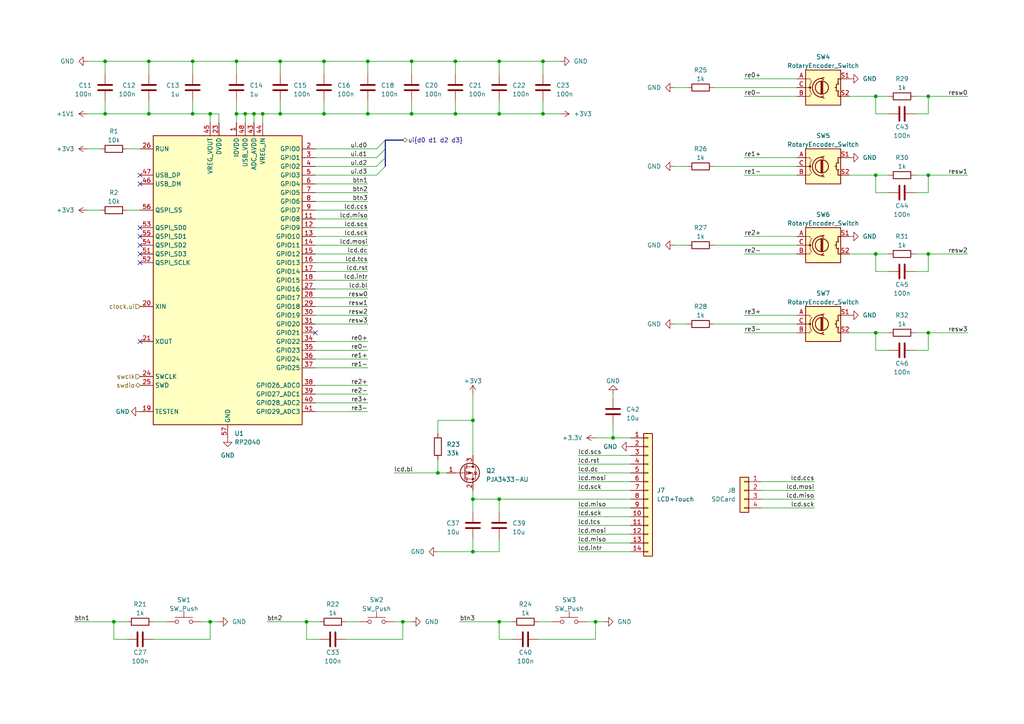
<source format=kicad_sch>
(kicad_sch (version 20221004) (generator eeschema)
  (paper "A4")
  (title_block (title "sin(π)") (date "2022-11-23") (rev "draft 0") (company "Porucha"))
  (lib_symbols
    (symbol "Connector_Generic:Conn_01x04" (pin_names (offset 1.016) hide)
      (property "Reference" "J" (at 0 5.08 0))
      (property "Value" "Conn_01x04" (at 0 -7.62 0))
      (symbol "Conn_01x04_1_1"
        (rectangle (start -1.27 -4.953) (end 0 -5.207) (stroke (width 0.1524)))
        (rectangle (start -1.27 -2.413) (end 0 -2.667) (stroke (width 0.1524)))
        (rectangle (start -1.27 0.127) (end 0 -0.127) (stroke (width 0.1524)))
        (rectangle (start -1.27 2.667) (end 0 2.413) (stroke (width 0.1524)))
        (rectangle (start -1.27 3.81) (end 1.27 -6.35) (stroke (width 0.254)) (fill (type background)))
        (pin passive line (at -5.08 2.54 0) (length 3.81) (name "Pin_1") (number "1"))
        (pin passive line (at -5.08 0 0) (length 3.81) (name "Pin_2") (number "2"))
        (pin passive line (at -5.08 -2.54 0) (length 3.81) (name "Pin_3") (number "3"))
        (pin passive line (at -5.08 -5.08 0) (length 3.81) (name "Pin_4") (number "4"))
      )
    )
    (symbol "Connector_Generic:Conn_01x14" (pin_names (offset 1.016) hide)
      (property "Reference" "J" (at 0 17.78 0))
      (property "Value" "Conn_01x14" (at 0 -20.32 0))
      (symbol "Conn_01x14_1_1"
        (rectangle (start -1.27 -17.653) (end 0 -17.907) (stroke (width 0.1524)))
        (rectangle (start -1.27 -15.113) (end 0 -15.367) (stroke (width 0.1524)))
        (rectangle (start -1.27 -12.573) (end 0 -12.827) (stroke (width 0.1524)))
        (rectangle (start -1.27 -10.033) (end 0 -10.287) (stroke (width 0.1524)))
        (rectangle (start -1.27 -7.493) (end 0 -7.747) (stroke (width 0.1524)))
        (rectangle (start -1.27 -4.953) (end 0 -5.207) (stroke (width 0.1524)))
        (rectangle (start -1.27 -2.413) (end 0 -2.667) (stroke (width 0.1524)))
        (rectangle (start -1.27 0.127) (end 0 -0.127) (stroke (width 0.1524)))
        (rectangle (start -1.27 2.667) (end 0 2.413) (stroke (width 0.1524)))
        (rectangle (start -1.27 5.207) (end 0 4.953) (stroke (width 0.1524)))
        (rectangle (start -1.27 7.747) (end 0 7.493) (stroke (width 0.1524)))
        (rectangle (start -1.27 10.287) (end 0 10.033) (stroke (width 0.1524)))
        (rectangle (start -1.27 12.827) (end 0 12.573) (stroke (width 0.1524)))
        (rectangle (start -1.27 15.367) (end 0 15.113) (stroke (width 0.1524)))
        (rectangle (start -1.27 16.51) (end 1.27 -19.05) (stroke (width 0.254)) (fill (type background)))
        (pin passive line (at -5.08 15.24 0) (length 3.81) (name "Pin_1") (number "1"))
        (pin passive line (at -5.08 -7.62 0) (length 3.81) (name "Pin_10") (number "10"))
        (pin passive line (at -5.08 -10.16 0) (length 3.81) (name "Pin_11") (number "11"))
        (pin passive line (at -5.08 -12.7 0) (length 3.81) (name "Pin_12") (number "12"))
        (pin passive line (at -5.08 -15.24 0) (length 3.81) (name "Pin_13") (number "13"))
        (pin passive line (at -5.08 -17.78 0) (length 3.81) (name "Pin_14") (number "14"))
        (pin passive line (at -5.08 12.7 0) (length 3.81) (name "Pin_2") (number "2"))
        (pin passive line (at -5.08 10.16 0) (length 3.81) (name "Pin_3") (number "3"))
        (pin passive line (at -5.08 7.62 0) (length 3.81) (name "Pin_4") (number "4"))
        (pin passive line (at -5.08 5.08 0) (length 3.81) (name "Pin_5") (number "5"))
        (pin passive line (at -5.08 2.54 0) (length 3.81) (name "Pin_6") (number "6"))
        (pin passive line (at -5.08 0 0) (length 3.81) (name "Pin_7") (number "7"))
        (pin passive line (at -5.08 -2.54 0) (length 3.81) (name "Pin_8") (number "8"))
        (pin passive line (at -5.08 -5.08 0) (length 3.81) (name "Pin_9") (number "9"))
      )
    )
    (symbol "Device:C" (pin_numbers hide) (pin_names (offset 0.254))
      (property "Reference" "C" (at 0.635 2.54 0))
      (property "Value" "C" (at 0.635 -2.54 0))
      (symbol "C_0_1"
        (polyline (pts (xy -2.032 -0.762) (xy 2.032 -0.762)) (stroke (width 0.508)))
        (polyline (pts (xy -2.032 0.762) (xy 2.032 0.762)) (stroke (width 0.508)))
      )
      (symbol "C_1_1"
        (pin passive line (at 0 3.81 270) (length 2.794) (name "~") (number "1"))
        (pin passive line (at 0 -3.81 90) (length 2.794) (name "~") (number "2"))
      )
    )
    (symbol "Device:Q_PMOS_GSD" (pin_names (offset 0) hide)
      (property "Reference" "Q" (at 5.08 1.27 0))
      (property "Value" "Q_PMOS_GSD" (at 5.08 -1.27 0))
      (symbol "Q_PMOS_GSD_0_1"
        (polyline (pts (xy 0.254 0) (xy -2.54 0)))
        (polyline (pts (xy 0.254 1.905) (xy 0.254 -1.905)) (stroke (width 0.254)))
        (polyline (pts (xy 0.762 -1.27) (xy 0.762 -2.286)) (stroke (width 0.254)))
        (polyline (pts (xy 0.762 0.508) (xy 0.762 -0.508)) (stroke (width 0.254)))
        (polyline (pts (xy 0.762 2.286) (xy 0.762 1.27)) (stroke (width 0.254)))
        (polyline (pts (xy 2.54 2.54) (xy 2.54 1.778)))
        (polyline (pts (xy 2.54 -2.54) (xy 2.54 0) (xy 0.762 0)))
        (polyline (pts (xy 0.762 1.778) (xy 3.302 1.778) (xy 3.302 -1.778) (xy 0.762 -1.778)))
        (polyline (pts (xy 2.286 0) (xy 1.27 0.381) (xy 1.27 -0.381) (xy 2.286 0)) (fill (type outline)))
        (polyline (pts (xy 2.794 -0.508) (xy 2.921 -0.381) (xy 3.683 -0.381) (xy 3.81 -0.254)))
        (polyline (pts (xy 3.302 -0.381) (xy 2.921 0.254) (xy 3.683 0.254) (xy 3.302 -0.381)))
        (circle (center 1.651 0) (radius 2.794) (stroke (width 0.254)))
        (circle (center 2.54 -1.778) (radius 0.254) (fill (type outline)))
        (circle (center 2.54 1.778) (radius 0.254) (fill (type outline)))
      )
      (symbol "Q_PMOS_GSD_1_1"
        (pin input line (at -5.08 0 0) (length 2.54) (name "G") (number "1"))
        (pin passive line (at 2.54 -5.08 90) (length 2.54) (name "S") (number "2"))
        (pin passive line (at 2.54 5.08 270) (length 2.54) (name "D") (number "3"))
      )
    )
    (symbol "Device:R" (pin_numbers hide) (pin_names (offset 0))
      (property "Reference" "R" (at 2.032 0 90))
      (property "Value" "R" (at 0 0 90))
      (symbol "R_0_1"
        (rectangle (start -1.016 -2.54) (end 1.016 2.54) (stroke (width 0.254)))
      )
      (symbol "R_1_1"
        (pin passive line (at 0 3.81 270) (length 1.27) (name "~") (number "1"))
        (pin passive line (at 0 -3.81 90) (length 1.27) (name "~") (number "2"))
      )
    )
    (symbol "Device:RotaryEncoder_Switch" (pin_names (offset 0.254) hide)
      (property "Reference" "SW" (at 0 6.604 0))
      (property "Value" "RotaryEncoder_Switch" (at 0 -6.604 0))
      (symbol "RotaryEncoder_Switch_0_1"
        (rectangle (start -5.08 5.08) (end 5.08 -5.08) (stroke (width 0.254)) (fill (type background)))
        (circle (center -3.81 0) (radius 0.254) (fill (type outline)))
        (circle (center -0.381 0) (radius 1.905) (stroke (width 0.254)))
        (arc (start -0.381 2.667) (mid -3.0988 -0.0635) (end -0.381 -2.794) (stroke (width 0.254)))
        (polyline (pts (xy -0.635 -1.778) (xy -0.635 1.778)) (stroke (width 0.254)))
        (polyline (pts (xy -0.381 -1.778) (xy -0.381 1.778)) (stroke (width 0.254)))
        (polyline (pts (xy -0.127 1.778) (xy -0.127 -1.778)) (stroke (width 0.254)))
        (polyline (pts (xy 3.81 0) (xy 3.429 0)) (stroke (width 0.254)))
        (polyline (pts (xy 3.81 1.016) (xy 3.81 -1.016)) (stroke (width 0.254)))
        (polyline (pts (xy -5.08 -2.54) (xy -3.81 -2.54) (xy -3.81 -2.032)))
        (polyline (pts (xy -5.08 2.54) (xy -3.81 2.54) (xy -3.81 2.032)))
        (polyline (pts (xy 0.254 -3.048) (xy -0.508 -2.794) (xy 0.127 -2.413)) (stroke (width 0.254)))
        (polyline (pts (xy 0.254 2.921) (xy -0.508 2.667) (xy 0.127 2.286)) (stroke (width 0.254)))
        (polyline (pts (xy 5.08 -2.54) (xy 4.318 -2.54) (xy 4.318 -1.016)) (stroke (width 0.254)))
        (polyline (pts (xy 5.08 2.54) (xy 4.318 2.54) (xy 4.318 1.016)) (stroke (width 0.254)))
        (polyline (pts (xy -5.08 0) (xy -3.81 0) (xy -3.81 -1.016) (xy -3.302 -2.032)))
        (polyline (pts (xy -4.318 0) (xy -3.81 0) (xy -3.81 1.016) (xy -3.302 2.032)))
        (circle (center 4.318 -1.016) (radius 0.127) (stroke (width 0.254)))
        (circle (center 4.318 1.016) (radius 0.127) (stroke (width 0.254)))
      )
      (symbol "RotaryEncoder_Switch_1_1"
        (pin passive line (at -7.62 2.54 0) (length 2.54) (name "A") (number "A"))
        (pin passive line (at -7.62 -2.54 0) (length 2.54) (name "B") (number "B"))
        (pin passive line (at -7.62 0 0) (length 2.54) (name "C") (number "C"))
        (pin passive line (at 7.62 2.54 180) (length 2.54) (name "S1") (number "S1"))
        (pin passive line (at 7.62 -2.54 180) (length 2.54) (name "S2") (number "S2"))
      )
    )
    (symbol "MCU_RaspberryPi:RP2040"
      (property "Reference" "U" (at 17.78 45.72 0))
      (property "Value" "RP2040" (at 17.78 43.18 0))
      (symbol "RP2040_0_1"
        (rectangle (start -21.59 41.91) (end 21.59 -41.91) (stroke (width 0.254)) (fill (type background)))
      )
      (symbol "RP2040_1_1"
        (pin power_in line (at 2.54 45.72 270) (length 3.81) (name "IOVDD") (number "1"))
        (pin passive line (at 2.54 45.72 270) (length 3.81) hide (name "IOVDD") (number "10"))
        (pin bidirectional line (at 25.4 17.78 180) (length 3.81) (name "GPIO8") (number "11"))
        (pin bidirectional line (at 25.4 15.24 180) (length 3.81) (name "GPIO9") (number "12"))
        (pin bidirectional line (at 25.4 12.7 180) (length 3.81) (name "GPIO10") (number "13"))
        (pin bidirectional line (at 25.4 10.16 180) (length 3.81) (name "GPIO11") (number "14"))
        (pin bidirectional line (at 25.4 7.62 180) (length 3.81) (name "GPIO12") (number "15"))
        (pin bidirectional line (at 25.4 5.08 180) (length 3.81) (name "GPIO13") (number "16"))
        (pin bidirectional line (at 25.4 2.54 180) (length 3.81) (name "GPIO14") (number "17"))
        (pin bidirectional line (at 25.4 0 180) (length 3.81) (name "GPIO15") (number "18"))
        (pin input line (at -25.4 -38.1 0) (length 3.81) (name "TESTEN") (number "19"))
        (pin bidirectional line (at 25.4 38.1 180) (length 3.81) (name "GPIO0") (number "2"))
        (pin input line (at -25.4 -7.62 0) (length 3.81) (name "XIN") (number "20"))
        (pin passive line (at -25.4 -17.78 0) (length 3.81) (name "XOUT") (number "21"))
        (pin passive line (at 2.54 45.72 270) (length 3.81) hide (name "IOVDD") (number "22"))
        (pin power_in line (at -2.54 45.72 270) (length 3.81) (name "DVDD") (number "23"))
        (pin output line (at -25.4 -27.94 0) (length 3.81) (name "SWCLK") (number "24"))
        (pin bidirectional line (at -25.4 -30.48 0) (length 3.81) (name "SWD") (number "25"))
        (pin input line (at -25.4 38.1 0) (length 3.81) (name "RUN") (number "26"))
        (pin bidirectional line (at 25.4 -2.54 180) (length 3.81) (name "GPIO16") (number "27"))
        (pin bidirectional line (at 25.4 -5.08 180) (length 3.81) (name "GPIO17") (number "28"))
        (pin bidirectional line (at 25.4 -7.62 180) (length 3.81) (name "GPIO18") (number "29"))
        (pin bidirectional line (at 25.4 35.56 180) (length 3.81) (name "GPIO1") (number "3"))
        (pin bidirectional line (at 25.4 -10.16 180) (length 3.81) (name "GPIO19") (number "30"))
        (pin bidirectional line (at 25.4 -12.7 180) (length 3.81) (name "GPIO20") (number "31"))
        (pin bidirectional line (at 25.4 -15.24 180) (length 3.81) (name "GPIO21") (number "32"))
        (pin passive line (at 2.54 45.72 270) (length 3.81) hide (name "IOVDD") (number "33"))
        (pin bidirectional line (at 25.4 -17.78 180) (length 3.81) (name "GPIO22") (number "34"))
        (pin bidirectional line (at 25.4 -20.32 180) (length 3.81) (name "GPIO23") (number "35"))
        (pin bidirectional line (at 25.4 -22.86 180) (length 3.81) (name "GPIO24") (number "36"))
        (pin bidirectional line (at 25.4 -25.4 180) (length 3.81) (name "GPIO25") (number "37"))
        (pin bidirectional line (at 25.4 -30.48 180) (length 3.81) (name "GPIO26_ADC0") (number "38"))
        (pin bidirectional line (at 25.4 -33.02 180) (length 3.81) (name "GPIO27_ADC1") (number "39"))
        (pin bidirectional line (at 25.4 33.02 180) (length 3.81) (name "GPIO2") (number "4"))
        (pin bidirectional line (at 25.4 -35.56 180) (length 3.81) (name "GPIO28_ADC2") (number "40"))
        (pin bidirectional line (at 25.4 -38.1 180) (length 3.81) (name "GPIO29_ADC3") (number "41"))
        (pin passive line (at 2.54 45.72 270) (length 3.81) hide (name "IOVDD") (number "42"))
        (pin power_in line (at 7.62 45.72 270) (length 3.81) (name "ADC_AVDD") (number "43"))
        (pin power_in line (at 10.16 45.72 270) (length 3.81) (name "VREG_IN") (number "44"))
        (pin power_out line (at -5.08 45.72 270) (length 3.81) (name "VREG_VOUT") (number "45"))
        (pin bidirectional line (at -25.4 27.94 0) (length 3.81) (name "USB_DM") (number "46"))
        (pin bidirectional line (at -25.4 30.48 0) (length 3.81) (name "USB_DP") (number "47"))
        (pin power_in line (at 5.08 45.72 270) (length 3.81) (name "USB_VDD") (number "48"))
        (pin passive line (at 2.54 45.72 270) (length 3.81) hide (name "IOVDD") (number "49"))
        (pin bidirectional line (at 25.4 30.48 180) (length 3.81) (name "GPIO3") (number "5"))
        (pin passive line (at -2.54 45.72 270) (length 3.81) hide (name "DVDD") (number "50"))
        (pin bidirectional line (at -25.4 7.62 0) (length 3.81) (name "QSPI_SD3") (number "51"))
        (pin output line (at -25.4 5.08 0) (length 3.81) (name "QSPI_SCLK") (number "52"))
        (pin bidirectional line (at -25.4 15.24 0) (length 3.81) (name "QSPI_SD0") (number "53"))
        (pin bidirectional line (at -25.4 10.16 0) (length 3.81) (name "QSPI_SD2") (number "54"))
        (pin bidirectional line (at -25.4 12.7 0) (length 3.81) (name "QSPI_SD1") (number "55"))
        (pin bidirectional line (at -25.4 20.32 0) (length 3.81) (name "QSPI_SS") (number "56"))
        (pin power_in line (at 0 -45.72 90) (length 3.81) (name "GND") (number "57"))
        (pin bidirectional line (at 25.4 27.94 180) (length 3.81) (name "GPIO4") (number "6"))
        (pin bidirectional line (at 25.4 25.4 180) (length 3.81) (name "GPIO5") (number "7"))
        (pin bidirectional line (at 25.4 22.86 180) (length 3.81) (name "GPIO6") (number "8"))
        (pin bidirectional line (at 25.4 20.32 180) (length 3.81) (name "GPIO7") (number "9"))
      )
    )
    (symbol "Switch:SW_Push" (pin_numbers hide) (pin_names (offset 1.016) hide)
      (property "Reference" "SW" (at 1.27 2.54 0))
      (property "Value" "SW_Push" (at 0 -1.524 0))
      (symbol "SW_Push_0_1"
        (circle (center -2.032 0) (radius 0.508))
        (polyline (pts (xy 0 1.27) (xy 0 3.048)))
        (polyline (pts (xy 2.54 1.27) (xy -2.54 1.27)))
        (circle (center 2.032 0) (radius 0.508))
        (pin passive line (at -5.08 0 0) (length 2.54) (name "1") (number "1"))
        (pin passive line (at 5.08 0 180) (length 2.54) (name "2") (number "2"))
      )
    )
    (symbol "power:+1V1" (power) (pin_names (offset 0))
      (property "Value" "+1V1" (at 0 3.556 0))
      (symbol "+1V1_0_1"
        (polyline (pts (xy -0.762 1.27) (xy 0 2.54)))
        (polyline (pts (xy 0 0) (xy 0 2.54)))
        (polyline (pts (xy 0 2.54) (xy 0.762 1.27)))
      )
      (symbol "+1V1_1_1"
        (pin power_in line (at 0 0 90) (length 0) hide (name "+1V1") (number "1"))
      )
    )
    (symbol "power:+3.3V" (power) (pin_names (offset 0))
      (property "Value" "+3.3V" (at 0 3.556 0))
      (symbol "+3.3V_0_1"
        (polyline (pts (xy -0.762 1.27) (xy 0 2.54)))
        (polyline (pts (xy 0 0) (xy 0 2.54)))
        (polyline (pts (xy 0 2.54) (xy 0.762 1.27)))
      )
      (symbol "+3.3V_1_1"
        (pin power_in line (at 0 0 90) (length 0) hide (name "+3.3V") (number "1"))
      )
    )
    (symbol "power:+3V3" (power) (pin_names (offset 0))
      (property "Value" "+3V3" (at 0 3.556 0))
      (symbol "+3V3_0_1"
        (polyline (pts (xy -0.762 1.27) (xy 0 2.54)))
        (polyline (pts (xy 0 0) (xy 0 2.54)))
        (polyline (pts (xy 0 2.54) (xy 0.762 1.27)))
      )
      (symbol "+3V3_1_1"
        (pin power_in line (at 0 0 90) (length 0) hide (name "+3V3") (number "1"))
      )
    )
    (symbol "power:GND" (power) (pin_names (offset 0))
      (property "Value" "GND" (at 0 -3.81 0))
      (symbol "GND_0_1"
        (polyline (pts (xy 0 0) (xy 0 -1.27) (xy 1.27 -1.27) (xy 0 -2.54) (xy -1.27 -1.27) (xy 0 -1.27)))
      )
      (symbol "GND_1_1"
        (pin power_in line (at 0 0 270) (length 0) hide (name "GND") (number "1"))
      )
    )
  )
  (junction (at 43.18 17.78))
  (junction (at 254 27.94))
  (junction (at 93.98 17.78))
  (junction (at 137.16 121.92))
  (junction (at 60.96 33.02))
  (junction (at 106.68 17.78))
  (junction (at 76.2 33.02))
  (junction (at 144.78 180.34))
  (junction (at 144.78 144.78))
  (junction (at 33.02 180.34))
  (junction (at 73.66 33.02))
  (junction (at 254 73.66))
  (junction (at 132.08 33.02))
  (junction (at 132.08 17.78))
  (junction (at 55.88 33.02))
  (junction (at 269.24 50.8))
  (junction (at 254 96.52))
  (junction (at 119.38 33.02))
  (junction (at 71.12 33.02))
  (junction (at 93.98 33.02))
  (junction (at 106.68 33.02))
  (junction (at 269.24 96.52))
  (junction (at 43.18 33.02))
  (junction (at 172.72 180.34))
  (junction (at 144.78 17.78))
  (junction (at 81.28 17.78))
  (junction (at 127 137.16))
  (junction (at 30.48 33.02))
  (junction (at 157.48 33.02))
  (junction (at 68.58 17.78))
  (junction (at 254 50.8))
  (junction (at 81.28 33.02))
  (junction (at 68.58 33.02))
  (junction (at 137.16 144.78))
  (junction (at 119.38 17.78))
  (junction (at 144.78 33.02))
  (junction (at 269.24 27.94))
  (junction (at 30.48 17.78))
  (junction (at 137.16 160.02))
  (junction (at 60.96 180.34))
  (junction (at 269.24 73.66))
  (junction (at 157.48 17.78))
  (junction (at 88.9 180.34))
  (junction (at 55.88 17.78))
  (junction (at 177.8 127))
  (junction (at 116.84 180.34))
  (no_connect (at 91.44 96.52))
  (no_connect (at 40.64 99.06))
  (no_connect (at 40.64 76.2))
  (no_connect (at 40.64 50.8))
  (no_connect (at 40.64 53.34))
  (no_connect (at 40.64 66.04))
  (no_connect (at 40.64 68.58))
  (no_connect (at 40.64 71.12))
  (no_connect (at 40.64 73.66))
  (bus_entry (at 109.22 48.26) (size 2.54 -2.54))
  (bus_entry (at 109.22 43.18) (size 2.54 -2.54))
  (bus_entry (at 109.22 50.8) (size 2.54 -2.54))
  (bus_entry (at 109.22 45.72) (size 2.54 -2.54))
  (wire (pts (xy 254 33.02) (xy 254 27.94)))
  (wire (pts (xy 175.26 180.34) (xy 172.72 180.34)))
  (wire (pts (xy 144.78 17.78) (xy 157.48 17.78)))
  (wire (pts (xy 177.8 115.57) (xy 177.8 114.3)))
  (wire (pts (xy 269.24 27.94) (xy 265.43 27.94)))
  (wire (pts (xy 106.68 116.84) (xy 91.44 116.84)))
  (wire (pts (xy 254 78.74) (xy 254 73.66)))
  (wire (pts (xy 156.21 180.34) (xy 160.02 180.34)))
  (wire (pts (xy 106.68 86.36) (xy 91.44 86.36)))
  (wire (pts (xy 81.28 17.78) (xy 81.28 21.59)))
  (wire (pts (xy 127 125.73) (xy 127 121.92)))
  (wire (pts (xy 207.01 71.12) (xy 231.14 71.12)))
  (wire (pts (xy 144.78 144.78) (xy 182.88 144.78)))
  (wire (pts (xy 269.24 78.74) (xy 269.24 73.66)))
  (wire (pts (xy 91.44 66.04) (xy 106.68 66.04)))
  (wire (pts (xy 265.43 101.6) (xy 269.24 101.6)))
  (wire (pts (xy 127 121.92) (xy 137.16 121.92)))
  (wire (pts (xy 215.9 96.52) (xy 231.14 96.52)))
  (wire (pts (xy 106.68 17.78) (xy 106.68 21.59)))
  (wire (pts (xy 177.8 127) (xy 177.8 123.19)))
  (wire (pts (xy 60.96 180.34) (xy 63.5 180.34)))
  (wire (pts (xy 91.44 63.5) (xy 106.68 63.5)))
  (wire (pts (xy 30.48 17.78) (xy 30.48 21.59)))
  (wire (pts (xy 269.24 55.88) (xy 269.24 50.8)))
  (wire (pts (xy 21.59 180.34) (xy 33.02 180.34)))
  (wire (pts (xy 182.88 149.86) (xy 167.64 149.86)))
  (wire (pts (xy 119.38 33.02) (xy 119.38 29.21)))
  (wire (pts (xy 55.88 33.02) (xy 60.96 33.02)))
  (wire (pts (xy 44.45 185.42) (xy 60.96 185.42)))
  (wire (pts (xy 132.08 33.02) (xy 132.08 29.21)))
  (wire (pts (xy 119.38 17.78) (xy 119.38 21.59)))
  (wire (pts (xy 106.68 99.06) (xy 91.44 99.06)))
  (wire (pts (xy 280.67 50.8) (xy 269.24 50.8)))
  (wire (pts (xy 33.02 180.34) (xy 36.83 180.34)))
  (wire (pts (xy 92.71 185.42) (xy 88.9 185.42)))
  (wire (pts (xy 182.88 154.94) (xy 167.64 154.94)))
  (wire (pts (xy 269.24 73.66) (xy 265.43 73.66)))
  (wire (pts (xy 254 27.94) (xy 257.81 27.94)))
  (wire (pts (xy 137.16 121.92) (xy 137.16 132.08)))
  (wire (pts (xy 137.16 160.02) (xy 144.78 160.02)))
  (wire (pts (xy 127 160.02) (xy 137.16 160.02)))
  (wire (pts (xy 129.54 137.16) (xy 127 137.16)))
  (wire (pts (xy 106.68 33.02) (xy 106.68 29.21)))
  (wire (pts (xy 215.9 73.66) (xy 231.14 73.66)))
  (wire (pts (xy 280.67 73.66) (xy 269.24 73.66)))
  (wire (pts (xy 254 50.8) (xy 257.81 50.8)))
  (wire (pts (xy 119.38 180.34) (xy 116.84 180.34)))
  (wire (pts (xy 182.88 157.48) (xy 167.64 157.48)))
  (wire (pts (xy 144.78 33.02) (xy 157.48 33.02)))
  (wire (pts (xy 43.18 29.21) (xy 43.18 33.02)))
  (wire (pts (xy 91.44 43.18) (xy 109.22 43.18)))
  (wire (pts (xy 269.24 33.02) (xy 269.24 27.94)))
  (wire (pts (xy 182.88 137.16) (xy 167.64 137.16)))
  (wire (pts (xy 116.84 185.42) (xy 116.84 180.34)))
  (wire (pts (xy 215.9 27.94) (xy 231.14 27.94)))
  (wire (pts (xy 43.18 33.02) (xy 55.88 33.02)))
  (wire (pts (xy 30.48 17.78) (xy 43.18 17.78)))
  (wire (pts (xy 91.44 71.12) (xy 106.68 71.12)))
  (wire (pts (xy 88.9 185.42) (xy 88.9 180.34)))
  (wire (pts (xy 106.68 33.02) (xy 119.38 33.02)))
  (wire (pts (xy 68.58 17.78) (xy 81.28 17.78)))
  (wire (pts (xy 207.01 93.98) (xy 231.14 93.98)))
  (wire (pts (xy 246.38 50.8) (xy 254 50.8)))
  (wire (pts (xy 132.08 33.02) (xy 144.78 33.02)))
  (wire (pts (xy 257.81 33.02) (xy 254 33.02)))
  (wire (pts (xy 44.45 180.34) (xy 48.26 180.34)))
  (wire (pts (xy 257.81 101.6) (xy 254 101.6)))
  (wire (pts (xy 257.81 55.88) (xy 254 55.88)))
  (wire (pts (xy 182.88 139.7) (xy 167.64 139.7)))
  (wire (pts (xy 81.28 17.78) (xy 93.98 17.78)))
  (wire (pts (xy 68.58 33.02) (xy 71.12 33.02)))
  (wire (pts (xy 156.21 185.42) (xy 172.72 185.42)))
  (wire (pts (xy 55.88 21.59) (xy 55.88 17.78)))
  (wire (pts (xy 91.44 83.82) (xy 106.68 83.82)))
  (wire (pts (xy 43.18 17.78) (xy 55.88 17.78)))
  (wire (pts (xy 60.96 33.02) (xy 60.96 35.56)))
  (wire (pts (xy 106.68 58.42) (xy 91.44 58.42)))
  (wire (pts (xy 182.88 160.02) (xy 167.64 160.02)))
  (wire (pts (xy 114.3 180.34) (xy 116.84 180.34)))
  (wire (pts (xy 91.44 50.8) (xy 109.22 50.8)))
  (wire (pts (xy 195.58 93.98) (xy 199.39 93.98)))
  (wire (pts (xy 265.43 33.02) (xy 269.24 33.02)))
  (bus (pts (xy 111.76 40.64) (xy 111.76 43.18)))
  (wire (pts (xy 93.98 33.02) (xy 106.68 33.02)))
  (wire (pts (xy 157.48 33.02) (xy 157.48 29.21)))
  (wire (pts (xy 33.02 185.42) (xy 33.02 180.34)))
  (wire (pts (xy 269.24 50.8) (xy 265.43 50.8)))
  (wire (pts (xy 63.5 33.02) (xy 60.96 33.02)))
  (wire (pts (xy 170.18 180.34) (xy 172.72 180.34)))
  (wire (pts (xy 132.08 17.78) (xy 132.08 21.59)))
  (wire (pts (xy 91.44 68.58) (xy 106.68 68.58)))
  (wire (pts (xy 55.88 29.21) (xy 55.88 33.02)))
  (wire (pts (xy 195.58 71.12) (xy 199.39 71.12)))
  (wire (pts (xy 25.4 43.18) (xy 29.21 43.18)))
  (wire (pts (xy 36.83 43.18) (xy 40.64 43.18)))
  (wire (pts (xy 106.68 104.14) (xy 91.44 104.14)))
  (wire (pts (xy 93.98 17.78) (xy 106.68 17.78)))
  (wire (pts (xy 91.44 76.2) (xy 106.68 76.2)))
  (wire (pts (xy 106.68 91.44) (xy 91.44 91.44)))
  (bus (pts (xy 111.76 45.72) (xy 111.76 43.18)))
  (wire (pts (xy 58.42 180.34) (xy 60.96 180.34)))
  (wire (pts (xy 100.33 180.34) (xy 104.14 180.34)))
  (wire (pts (xy 280.67 96.52) (xy 269.24 96.52)))
  (wire (pts (xy 25.4 33.02) (xy 30.48 33.02)))
  (wire (pts (xy 71.12 33.02) (xy 71.12 35.56)))
  (wire (pts (xy 265.43 55.88) (xy 269.24 55.88)))
  (wire (pts (xy 148.59 185.42) (xy 144.78 185.42)))
  (wire (pts (xy 106.68 55.88) (xy 91.44 55.88)))
  (wire (pts (xy 144.78 156.21) (xy 144.78 160.02)))
  (wire (pts (xy 246.38 96.52) (xy 254 96.52)))
  (wire (pts (xy 215.9 22.86) (xy 231.14 22.86)))
  (wire (pts (xy 25.4 60.96) (xy 29.21 60.96)))
  (wire (pts (xy 215.9 45.72) (xy 231.14 45.72)))
  (wire (pts (xy 254 55.88) (xy 254 50.8)))
  (wire (pts (xy 162.56 33.02) (xy 157.48 33.02)))
  (wire (pts (xy 76.2 33.02) (xy 81.28 33.02)))
  (wire (pts (xy 137.16 156.21) (xy 137.16 160.02)))
  (wire (pts (xy 91.44 78.74) (xy 106.68 78.74)))
  (wire (pts (xy 137.16 114.3) (xy 137.16 121.92)))
  (wire (pts (xy 77.47 180.34) (xy 88.9 180.34)))
  (wire (pts (xy 265.43 78.74) (xy 269.24 78.74)))
  (wire (pts (xy 182.88 152.4) (xy 167.64 152.4)))
  (wire (pts (xy 162.56 17.78) (xy 157.48 17.78)))
  (wire (pts (xy 106.68 53.34) (xy 91.44 53.34)))
  (wire (pts (xy 220.98 142.24) (xy 236.22 142.24)))
  (wire (pts (xy 137.16 142.24) (xy 137.16 144.78)))
  (wire (pts (xy 91.44 45.72) (xy 109.22 45.72)))
  (wire (pts (xy 119.38 33.02) (xy 132.08 33.02)))
  (wire (pts (xy 182.88 147.32) (xy 167.64 147.32)))
  (wire (pts (xy 207.01 25.4) (xy 231.14 25.4)))
  (wire (pts (xy 172.72 185.42) (xy 172.72 180.34)))
  (wire (pts (xy 91.44 60.96) (xy 106.68 60.96)))
  (wire (pts (xy 215.9 50.8) (xy 231.14 50.8)))
  (wire (pts (xy 91.44 48.26) (xy 109.22 48.26)))
  (bus (pts (xy 111.76 45.72) (xy 111.76 48.26)))
  (wire (pts (xy 106.68 111.76) (xy 91.44 111.76)))
  (wire (pts (xy 246.38 27.94) (xy 254 27.94)))
  (wire (pts (xy 254 73.66) (xy 257.81 73.66)))
  (wire (pts (xy 220.98 139.7) (xy 236.22 139.7)))
  (bus (pts (xy 111.76 40.64) (xy 116.84 40.64)))
  (wire (pts (xy 76.2 33.02) (xy 76.2 35.56)))
  (wire (pts (xy 73.66 33.02) (xy 73.66 35.56)))
  (wire (pts (xy 182.88 132.08) (xy 167.64 132.08)))
  (wire (pts (xy 91.44 73.66) (xy 106.68 73.66)))
  (wire (pts (xy 106.68 114.3) (xy 91.44 114.3)))
  (wire (pts (xy 144.78 21.59) (xy 144.78 17.78)))
  (wire (pts (xy 88.9 180.34) (xy 92.71 180.34)))
  (wire (pts (xy 30.48 33.02) (xy 43.18 33.02)))
  (wire (pts (xy 106.68 17.78) (xy 119.38 17.78)))
  (wire (pts (xy 127 133.35) (xy 127 137.16)))
  (wire (pts (xy 220.98 144.78) (xy 236.22 144.78)))
  (wire (pts (xy 195.58 25.4) (xy 199.39 25.4)))
  (wire (pts (xy 60.96 185.42) (xy 60.96 180.34)))
  (wire (pts (xy 269.24 96.52) (xy 265.43 96.52)))
  (wire (pts (xy 100.33 185.42) (xy 116.84 185.42)))
  (wire (pts (xy 182.88 142.24) (xy 167.64 142.24)))
  (wire (pts (xy 106.68 88.9) (xy 91.44 88.9)))
  (wire (pts (xy 157.48 17.78) (xy 157.48 21.59)))
  (wire (pts (xy 73.66 33.02) (xy 76.2 33.02)))
  (wire (pts (xy 43.18 17.78) (xy 43.18 21.59)))
  (wire (pts (xy 106.68 106.68) (xy 91.44 106.68)))
  (wire (pts (xy 132.08 17.78) (xy 144.78 17.78)))
  (wire (pts (xy 106.68 101.6) (xy 91.44 101.6)))
  (wire (pts (xy 91.44 81.28) (xy 106.68 81.28)))
  (wire (pts (xy 68.58 35.56) (xy 68.58 33.02)))
  (wire (pts (xy 63.5 35.56) (xy 63.5 33.02)))
  (wire (pts (xy 93.98 17.78) (xy 93.98 21.59)))
  (wire (pts (xy 36.83 185.42) (xy 33.02 185.42)))
  (wire (pts (xy 36.83 60.96) (xy 40.64 60.96)))
  (wire (pts (xy 133.35 180.34) (xy 144.78 180.34)))
  (wire (pts (xy 144.78 29.21) (xy 144.78 33.02)))
  (wire (pts (xy 144.78 144.78) (xy 144.78 148.59)))
  (wire (pts (xy 81.28 33.02) (xy 93.98 33.02)))
  (wire (pts (xy 182.88 134.62) (xy 167.64 134.62)))
  (wire (pts (xy 30.48 29.21) (xy 30.48 33.02)))
  (wire (pts (xy 106.68 119.38) (xy 91.44 119.38)))
  (wire (pts (xy 137.16 144.78) (xy 144.78 144.78)))
  (wire (pts (xy 144.78 180.34) (xy 148.59 180.34)))
  (wire (pts (xy 127 137.16) (xy 114.3 137.16)))
  (wire (pts (xy 71.12 33.02) (xy 73.66 33.02)))
  (wire (pts (xy 172.72 127) (xy 177.8 127)))
  (wire (pts (xy 269.24 101.6) (xy 269.24 96.52)))
  (wire (pts (xy 106.68 93.98) (xy 91.44 93.98)))
  (wire (pts (xy 220.98 147.32) (xy 236.22 147.32)))
  (wire (pts (xy 257.81 78.74) (xy 254 78.74)))
  (wire (pts (xy 81.28 33.02) (xy 81.28 29.21)))
  (wire (pts (xy 144.78 185.42) (xy 144.78 180.34)))
  (wire (pts (xy 254 96.52) (xy 257.81 96.52)))
  (wire (pts (xy 254 101.6) (xy 254 96.52)))
  (wire (pts (xy 68.58 17.78) (xy 68.58 21.59)))
  (wire (pts (xy 119.38 17.78) (xy 132.08 17.78)))
  (wire (pts (xy 177.8 127) (xy 182.88 127)))
  (wire (pts (xy 68.58 29.21) (xy 68.58 33.02)))
  (wire (pts (xy 137.16 144.78) (xy 137.16 148.59)))
  (wire (pts (xy 195.58 48.26) (xy 199.39 48.26)))
  (wire (pts (xy 246.38 73.66) (xy 254 73.66)))
  (wire (pts (xy 55.88 17.78) (xy 68.58 17.78)))
  (wire (pts (xy 215.9 91.44) (xy 231.14 91.44)))
  (wire (pts (xy 215.9 68.58) (xy 231.14 68.58)))
  (wire (pts (xy 207.01 48.26) (xy 231.14 48.26)))
  (wire (pts (xy 25.4 17.78) (xy 30.48 17.78)))
  (wire (pts (xy 280.67 27.94) (xy 269.24 27.94)))
  (wire (pts (xy 93.98 33.02) (xy 93.98 29.21)))
  (label "lcd.dc" (at 167.64 137.16 0))
  (label "btn3" (at 133.35 180.34 0))
  (label "btn2" (at 77.47 180.34 0))
  (label "re3+" (at 106.68 116.84 180))
  (label "resw3" (at 106.68 93.98 180))
  (label "lcd.miso" (at 167.64 157.48 0))
  (label "re0+" (at 215.9 22.86 0))
  (label "resw1" (at 106.68 88.9 180))
  (label "ui.d1" (at 101.6 45.72 0))
  (label "lcd.mosi" (at 167.64 154.94 0))
  (label "btn2" (at 106.68 55.88 180))
  (label "lcd.scs" (at 106.68 66.04 180))
  (label "re3-" (at 215.9 96.52 0))
  (label "lcd.miso" (at 106.68 63.5 180))
  (label "lcd.scs" (at 167.64 132.08 0))
  (label "lcd.miso" (at 167.64 147.32 0))
  (label "lcd.ccs" (at 106.68 60.96 180))
  (label "resw2" (at 280.67 73.66 180))
  (label "lcd.tcs" (at 106.68 76.2 180))
  (label "lcd.intr" (at 167.64 160.02 0))
  (label "resw1" (at 280.67 50.8 180))
  (label "resw3" (at 280.67 96.52 180))
  (label "lcd.sck" (at 167.64 149.86 0))
  (label "lcd.bl" (at 106.68 83.82 180))
  (label "btn1" (at 106.68 53.34 180))
  (label "lcd.dc" (at 106.68 73.66 180))
  (label "lcd.sck" (at 236.22 147.32 180))
  (label "re1+" (at 215.9 45.72 0))
  (label "ui.d0" (at 101.6 43.18 0))
  (label "lcd.mosi" (at 167.64 139.7 0))
  (label "btn1" (at 21.59 180.34 0))
  (label "lcd.bl" (at 114.3 137.16 0))
  (label "btn3" (at 106.68 58.42 180))
  (label "resw0" (at 106.68 86.36 180))
  (label "re3-" (at 106.68 119.38 180))
  (label "re2-" (at 215.9 73.66 0))
  (label "re1-" (at 215.9 50.8 0))
  (label "re3+" (at 215.9 91.44 0))
  (label "lcd.mosi" (at 236.22 142.24 180))
  (label "resw2" (at 106.68 91.44 180))
  (label "lcd.miso" (at 236.22 144.78 180))
  (label "ui.d3" (at 101.6 50.8 0))
  (label "lcd.intr" (at 106.68 81.28 180))
  (label "lcd.ccs" (at 236.22 139.7 180))
  (label "lcd.mosi" (at 106.68 71.12 180))
  (label "re0-" (at 106.68 101.6 180))
  (label "lcd.sck" (at 167.64 142.24 0))
  (label "re1+" (at 106.68 104.14 180))
  (label "re2+" (at 106.68 111.76 180))
  (label "re0+" (at 106.68 99.06 180))
  (label "lcd.sck" (at 106.68 68.58 180))
  (label "re0-" (at 215.9 27.94 0))
  (label "re1-" (at 106.68 106.68 180))
  (label "lcd.rst" (at 106.68 78.74 180))
  (label "re2-" (at 106.68 114.3 180))
  (label "ui.d2" (at 101.6 48.26 0))
  (label "lcd.tcs" (at 167.64 152.4 0))
  (label "resw0" (at 280.67 27.94 180))
  (label "lcd.rst" (at 167.64 134.62 0))
  (label "re2+" (at 215.9 68.58 0))
  (hierarchical_label "swclk" (shape input) (at 40.64 109.22 180))
  (hierarchical_label "clock.ui" (shape input) (at 40.64 88.9 180))
  (hierarchical_label "swdio" (shape bidirectional) (at 40.64 111.76 180))
  (hierarchical_label "ui{d0 d1 d2 d3}" (shape bidirectional) (at 116.84 40.64 0))
  (symbol (lib_id "power:+3V3") (at 25.4 60.96 90) (unit 1)
    (property "Reference" "#PWR099" (effects hide))
    (property "Value" "+3V3" (at 21.59 60.96 90) (effects (justify left)))
    (instances (project "sinpi" (path "" (reference "#PWR099") (unit 1) (value "+3V3") (footprint "")) (path "" (reference "#PWR0195") (unit 1) (value "+3V3") (footprint ""))))
  )
  (symbol (lib_id "Device:Q_PMOS_GSD") (at 134.62 137.16 0) (unit 1)
    (property "Reference" "Q2" (at 140.97 136.525 0) (effects (justify left)))
    (property "Value" "PJA3433-AU" (at 140.97 139.065 0) (effects (justify left)))
    (property "Footprint" "Package_TO_SOT_SMD:SOT-23" (effects hide))
  )
  (symbol (lib_id "Connector_Generic:Conn_01x14") (at 187.96 142.24 0) (unit 1)
    (property "Reference" "J7" (at 190.5 142.24 0) (effects (justify left)))
    (property "Value" "LCD+Touch" (at 190.5 144.78 0) (effects (justify left)))
    (property "Footprint" "Connector_PinSocket_2.54mm:PinSocket_1x14_P2.54mm_Vertical" (effects hide))
  )
  (symbol (lib_id "Device:R") (at 33.02 60.96 90) (unit 1)
    (property "Reference" "R2" (at 33.02 55.88 90))
    (property "Value" "10k" (at 33.02 58.42 90))
    (instances (project "sinpi" (path "" (reference "R2") (unit 1) (value "10k") (footprint "")) (path "" (reference "R20") (unit 1) (value "10k") (footprint ""))))
  )
  (symbol (lib_id "Device:C") (at 119.38 25.4 0) (unit 1)
    (property "Reference" "C20" (at 123.19 24.765 0) (effects (justify left)))
    (property "Value" "100n" (at 123.19 27.305 0) (effects (justify left)))
    (instances (project "sinpi" (path "" (reference "C20") (unit 1) (value "100n") (footprint "")) (path "" (reference "C67") (unit 1) (value "100n") (footprint "")) (path "" (reference "C35") (unit 1) (value "100n") (footprint ""))))
  )
  (symbol (lib_id "power:GND") (at 246.38 22.86 90) (mirror x) (unit 1)
    (property "Reference" "#PWR0183" (effects hide))
    (property "Value" "GND" (at 250.19 22.86 90) (effects (justify right)))
  )
  (symbol (lib_id "Device:C") (at 261.62 101.6 90) (mirror x) (unit 1)
    (property "Reference" "C46" (at 261.62 105.41 90))
    (property "Value" "100n" (at 261.62 107.95 90))
  )
  (symbol (lib_id "Device:RotaryEncoder_Switch") (at 238.76 71.12 0) (unit 1)
    (property "Reference" "SW6" (at 238.76 62.23 0))
    (property "Value" "RotaryEncoder_Switch" (at 238.76 64.77 0))
  )
  (symbol (lib_id "power:GND") (at 246.38 91.44 90) (mirror x) (unit 1)
    (property "Reference" "#PWR0186" (effects hide))
    (property "Value" "GND" (at 250.19 91.44 90) (effects (justify right)))
  )
  (symbol (lib_id "Device:C") (at 132.08 25.4 0) (unit 1)
    (property "Reference" "C21" (at 135.89 24.765 0) (effects (justify left)))
    (property "Value" "100n" (at 135.89 27.305 0) (effects (justify left)))
    (instances (project "sinpi" (path "" (reference "C21") (unit 1) (value "100n") (footprint "")) (path "" (reference "C68") (unit 1) (value "100n") (footprint "")) (path "" (reference "C36") (unit 1) (value "100n") (footprint ""))))
  )
  (symbol (lib_id "power:+3V3") (at 25.4 43.18 90) (unit 1)
    (property "Reference" "#PWR098" (effects hide))
    (property "Value" "+3V3" (at 21.59 43.18 90) (effects (justify left)))
    (instances (project "sinpi" (path "" (reference "#PWR098") (unit 1) (value "+3V3") (footprint "")) (path "" (reference "#PWR0194") (unit 1) (value "+3V3") (footprint ""))))
  )
  (symbol (lib_id "power:GND") (at 246.38 68.58 90) (mirror x) (unit 1)
    (property "Reference" "#PWR0185" (effects hide))
    (property "Value" "GND" (at 250.19 68.58 90) (effects (justify right)))
  )
  (symbol (lib_id "Device:R") (at 96.52 180.34 90) (unit 1)
    (property "Reference" "R22" (at 96.52 175.26 90))
    (property "Value" "1k" (at 96.52 177.8 90))
  )
  (symbol (lib_id "Device:C") (at 43.18 25.4 0) (mirror y) (unit 1)
    (property "Reference" "C12" (at 39.37 24.765 0) (effects (justify left)))
    (property "Value" "100n" (at 39.37 27.305 0) (effects (justify left)))
    (instances (project "sinpi" (path "" (reference "C12") (unit 1) (value "100n") (footprint "")) (path "" (reference "C61") (unit 1) (value "100n") (footprint "")) (path "" (reference "C28") (unit 1) (value "100n") (footprint ""))))
  )
  (symbol (lib_id "power:GND") (at 246.38 45.72 90) (mirror x) (unit 1)
    (property "Reference" "#PWR0184" (effects hide))
    (property "Value" "GND" (at 250.19 45.72 90) (effects (justify right)))
  )
  (symbol (lib_id "power:GND") (at 177.8 114.3 0) (mirror x) (unit 1)
    (property "Reference" "#PWR0177" (effects hide))
    (property "Value" "GND" (at 177.8 110.49 0))
  )
  (symbol (lib_id "power:+3.3V") (at 172.72 127 90) (unit 1)
    (property "Reference" "#PWR0175" (effects hide))
    (property "Value" "+3.3V" (at 168.91 127 90) (effects (justify left)))
  )
  (symbol (lib_id "Device:C") (at 40.64 185.42 90) (mirror x) (unit 1)
    (property "Reference" "C27" (at 40.64 189.23 90))
    (property "Value" "100n" (at 40.64 191.77 90))
  )
  (symbol (lib_id "Device:C") (at 30.48 25.4 0) (mirror y) (unit 1)
    (property "Reference" "C11" (at 26.67 24.765 0) (effects (justify left)))
    (property "Value" "100n" (at 26.67 27.305 0) (effects (justify left)))
    (instances (project "sinpi" (path "" (reference "C11") (unit 1) (value "100n") (footprint "")) (path "" (reference "C60") (unit 1) (value "100n") (footprint "")) (path "" (reference "C26") (unit 1) (value "100n") (footprint ""))))
  )
  (symbol (lib_id "Device:R") (at 127 129.54 0) (unit 1)
    (property "Reference" "R23" (at 129.54 128.905 0) (effects (justify left)))
    (property "Value" "33k" (at 129.54 131.445 0) (effects (justify left)))
  )
  (symbol (lib_id "Device:C") (at 157.48 25.4 0) (unit 1)
    (property "Reference" "C23" (at 161.29 24.765 0) (effects (justify left)))
    (property "Value" "100n" (at 161.29 27.305 0) (effects (justify left)))
    (instances (project "sinpi" (path "" (reference "C23") (unit 1) (value "100n") (footprint "")) (path "" (reference "C70") (unit 1) (value "100n") (footprint "")) (path "" (reference "C41") (unit 1) (value "100n") (footprint ""))))
  )
  (symbol (lib_id "power:GND") (at 40.64 119.38 270) (unit 1)
    (property "Reference" "#PWR02" (effects hide))
    (property "Value" "GND" (at 35.56 119.38 90))
    (instances (project "sinpi" (path "" (reference "#PWR02") (unit 1) (value "GND") (footprint "")) (path "" (reference "#PWR02") (unit 1) (value "GND") (footprint "")) (path "" (reference "#PWR0198") (unit 1) (value "GND") (footprint ""))))
  )
  (symbol (lib_id "power:+3V3") (at 137.16 114.3 0) (unit 1)
    (property "Reference" "#PWR0174" (effects hide))
    (property "Value" "+3V3" (at 137.16 110.49 0))
  )
  (symbol (lib_id "power:GND") (at 195.58 25.4 270) (unit 1)
    (property "Reference" "#PWR0179" (effects hide))
    (property "Value" "GND" (at 191.77 25.4 90) (effects (justify right)))
  )
  (symbol (lib_id "power:GND") (at 195.58 71.12 270) (unit 1)
    (property "Reference" "#PWR0181" (effects hide))
    (property "Value" "GND" (at 191.77 71.12 90) (effects (justify right)))
  )
  (symbol (lib_id "Switch:SW_Push") (at 53.34 180.34 0) (mirror y) (unit 1)
    (property "Reference" "SW1" (at 53.34 173.99 0))
    (property "Value" "SW_Push" (at 53.34 176.53 0))
  )
  (symbol (lib_id "Device:C") (at 152.4 185.42 90) (mirror x) (unit 1)
    (property "Reference" "C40" (at 152.4 189.23 90))
    (property "Value" "100n" (at 152.4 191.77 90))
  )
  (symbol (lib_id "power:GND") (at 127 160.02 270) (unit 1)
    (property "Reference" "#PWR0173" (effects hide))
    (property "Value" "GND" (at 123.19 160.02 90) (effects (justify right)))
  )
  (symbol (lib_id "Device:R") (at 203.2 71.12 90) (unit 1)
    (property "Reference" "R27" (at 203.2 66.04 90))
    (property "Value" "1k" (at 203.2 68.58 90))
  )
  (symbol (lib_id "Switch:SW_Push") (at 109.22 180.34 0) (mirror y) (unit 1)
    (property "Reference" "SW2" (at 109.22 173.99 0))
    (property "Value" "SW_Push" (at 109.22 176.53 0))
  )
  (symbol (lib_id "Device:R") (at 261.62 73.66 90) (unit 1)
    (property "Reference" "R31" (at 261.62 68.58 90))
    (property "Value" "1k" (at 261.62 71.12 90))
  )
  (symbol (lib_id "Device:C") (at 144.78 25.4 0) (unit 1)
    (property "Reference" "C22" (at 148.59 24.765 0) (effects (justify left)))
    (property "Value" "100n" (at 148.59 27.305 0) (effects (justify left)))
    (instances (project "sinpi" (path "" (reference "C22") (unit 1) (value "100n") (footprint "")) (path "" (reference "C69") (unit 1) (value "100n") (footprint "")) (path "" (reference "C38") (unit 1) (value "100n") (footprint ""))))
  )
  (symbol (lib_id "Device:R") (at 203.2 25.4 90) (unit 1)
    (property "Reference" "R25" (at 203.2 20.32 90))
    (property "Value" "1k" (at 203.2 22.86 90))
  )
  (symbol (lib_id "power:+3V3") (at 162.56 33.02 270) (unit 1)
    (property "Reference" "#PWR0100" (effects hide))
    (property "Value" "+3V3" (at 166.37 33.02 90) (effects (justify left)))
    (instances (project "sinpi" (path "" (reference "#PWR0100") (unit 1) (value "+3V3") (footprint "")) (path "" (reference "#PWR0100") (unit 1) (value "+3V3") (footprint "")) (path "" (reference "#PWR0199") (unit 1) (value "+3V3") (footprint ""))))
  )
  (symbol (lib_id "Device:C") (at 137.16 152.4 0) (mirror y) (unit 1)
    (property "Reference" "C37" (at 133.35 151.765 0) (effects (justify left)))
    (property "Value" "10u" (at 133.35 154.305 0) (effects (justify left)))
  )
  (symbol (lib_id "power:GND") (at 119.38 180.34 90) (mirror x) (unit 1)
    (property "Reference" "#PWR0172" (effects hide))
    (property "Value" "GND" (at 123.19 180.34 90) (effects (justify right)))
  )
  (symbol (lib_id "Device:C") (at 144.78 152.4 0) (unit 1)
    (property "Reference" "C39" (at 148.59 151.765 0) (effects (justify left)))
    (property "Value" "10u" (at 148.59 154.305 0) (effects (justify left)))
  )
  (symbol (lib_id "power:GND") (at 63.5 180.34 90) (mirror x) (unit 1)
    (property "Reference" "#PWR0171" (effects hide))
    (property "Value" "GND" (at 67.31 180.34 90) (effects (justify right)))
  )
  (symbol (lib_id "Connector_Generic:Conn_01x04") (at 215.9 142.24 0) (mirror y) (unit 1)
    (property "Reference" "J8" (at 213.36 142.24 0) (effects (justify left)))
    (property "Value" "SDCard" (at 213.36 144.78 0) (effects (justify left)))
  )
  (symbol (lib_id "power:GND") (at 182.88 129.54 270) (unit 1)
    (property "Reference" "#PWR0178" (effects hide))
    (property "Value" "GND" (at 179.07 129.54 90) (effects (justify right)))
  )
  (symbol (lib_id "power:GND") (at 195.58 48.26 270) (unit 1)
    (property "Reference" "#PWR0180" (effects hide))
    (property "Value" "GND" (at 191.77 48.26 90) (effects (justify right)))
  )
  (symbol (lib_id "power:GND") (at 162.56 17.78 90) (mirror x) (unit 1)
    (property "Reference" "#PWR02" (effects hide))
    (property "Value" "GND" (at 166.37 17.78 90) (effects (justify right)))
    (instances (project "sinpi" (path "" (reference "#PWR02") (unit 1) (value "GND") (footprint "")) (path "" (reference "#PWR02") (unit 1) (value "GND") (footprint "")) (path "" (reference "#PWR02") (unit 1) (value "GND") (footprint "")) (path "" (reference "#PWR0200") (unit 1) (value "GND") (footprint ""))))
  )
  (symbol (lib_id "power:+1V1") (at 25.4 33.02 90) (unit 1)
    (property "Reference" "#PWR?" (effects hide))
    (property "Value" "+1V1" (at 21.59 33.02 90) (effects (justify left)))
    (instances (project "sinpi" (path "" (reference "#PWR?") (unit 1) (value "+1V1") (footprint "")) (path "" (reference "#PWR076") (unit 1) (value "+1V1") (footprint ""))))
  )
  (symbol (lib_id "Device:C") (at 106.68 25.4 180) (unit 1)
    (property "Reference" "C18" (at 110.49 24.765 0) (effects (justify right)))
    (property "Value" "100n" (at 110.49 27.305 0) (effects (justify right)))
    (instances (project "sinpi" (path "" (reference "C18") (unit 1) (value "100n") (footprint "")) (path "" (reference "C66") (unit 1) (value "100n") (footprint "")) (path "" (reference "C34") (unit 1) (value "100n") (footprint ""))))
  )
  (symbol (lib_id "Device:R") (at 261.62 96.52 90) (unit 1)
    (property "Reference" "R32" (at 261.62 91.44 90))
    (property "Value" "1k" (at 261.62 93.98 90))
  )
  (symbol (lib_id "Device:C") (at 81.28 25.4 0) (unit 1)
    (property "Reference" "C15" (at 85.09 24.765 0) (effects (justify left)))
    (property "Value" "100n" (at 85.09 27.305 0) (effects (justify left)))
    (instances (project "sinpi" (path "" (reference "C15") (unit 1) (value "100n") (footprint "")) (path "" (reference "C64") (unit 1) (value "100n") (footprint "")) (path "" (reference "C31") (unit 1) (value "100n") (footprint ""))))
  )
  (symbol (lib_id "Device:C") (at 55.88 25.4 0) (mirror x) (unit 1)
    (property "Reference" "C13" (at 52.07 24.765 0) (effects (justify right)))
    (property "Value" "1u" (at 52.07 27.305 0) (effects (justify right)))
    (instances (project "sinpi" (path "" (reference "C13") (unit 1) (value "1u") (footprint "")) (path "" (reference "C62") (unit 1) (value "1u") (footprint "")) (path "" (reference "C29") (unit 1) (value "1u") (footprint ""))))
  )
  (symbol (lib_id "MCU_RaspberryPi:RP2040") (at 66.04 81.28 0) (unit 1)
    (property "Reference" "U1" (at 67.9959 125.73 0) (effects (justify left)))
    (property "Value" "RP2040" (at 67.9959 128.27 0) (effects (justify left)))
    (property "Footprint" "Package_DFN_QFN:QFN-56-1EP_7x7mm_P0.4mm_EP3.2x3.2mm" (effects hide))
    (property "Datasheet" "https://datasheets.raspberrypi.com/rp2040/rp2040-datasheet.pdf" (effects hide))
    (instances (project "sinpi" (path "" (reference "U1") (unit 1) (value "RP2040") (footprint "Package_DFN_QFN:QFN-56-1EP_7x7mm_P0.4mm_EP3.2x3.2mm")) (path "" (reference "U2") (unit 1) (value "RP2040") (footprint "Package_DFN_QFN:QFN-56-1EP_7x7mm_P0.4mm_EP3.2x3.2mm")) (path "" (reference "U1") (unit 1) (value "RP2040") (footprint "Package_DFN_QFN:QFN-56-1EP_7x7mm_P0.4mm_EP3.2x3.2mm")) (path "" (reference "U7") (unit 1) (value "RP2040") (footprint "Package_DFN_QFN:QFN-56-1EP_7x7mm_P0.4mm_EP3.2x3.2mm"))))
  )
  (symbol (lib_id "Device:R") (at 152.4 180.34 90) (unit 1)
    (property "Reference" "R24" (at 152.4 175.26 90))
    (property "Value" "1k" (at 152.4 177.8 90))
  )
  (symbol (lib_id "Device:C") (at 261.62 55.88 90) (mirror x) (unit 1)
    (property "Reference" "C44" (at 261.62 59.69 90))
    (property "Value" "100n" (at 261.62 62.23 90))
  )
  (symbol (lib_id "Device:C") (at 261.62 78.74 90) (mirror x) (unit 1)
    (property "Reference" "C45" (at 261.62 82.55 90))
    (property "Value" "100n" (at 261.62 85.09 90))
  )
  (symbol (lib_id "Device:C") (at 261.62 33.02 90) (mirror x) (unit 1)
    (property "Reference" "C43" (at 261.62 36.83 90))
    (property "Value" "100n" (at 261.62 39.37 90))
  )
  (symbol (lib_id "Device:R") (at 40.64 180.34 90) (unit 1)
    (property "Reference" "R21" (at 40.64 175.26 90))
    (property "Value" "1k" (at 40.64 177.8 90))
  )
  (symbol (lib_id "Device:R") (at 261.62 27.94 90) (unit 1)
    (property "Reference" "R29" (at 261.62 22.86 90))
    (property "Value" "1k" (at 261.62 25.4 90))
  )
  (symbol (lib_id "Device:R") (at 33.02 43.18 90) (unit 1)
    (property "Reference" "R1" (at 33.02 38.1 90))
    (property "Value" "10k" (at 33.02 40.64 90))
    (instances (project "sinpi" (path "" (reference "R1") (unit 1) (value "10k") (footprint "")) (path "" (reference "R19") (unit 1) (value "10k") (footprint ""))))
  )
  (symbol (lib_id "Device:R") (at 203.2 48.26 90) (unit 1)
    (property "Reference" "R26" (at 203.2 43.18 90))
    (property "Value" "1k" (at 203.2 45.72 90))
  )
  (symbol (lib_id "Device:C") (at 68.58 25.4 180) (unit 1)
    (property "Reference" "C14" (at 72.39 24.765 0) (effects (justify right)))
    (property "Value" "1u" (at 72.39 27.305 0) (effects (justify right)))
    (instances (project "sinpi" (path "" (reference "C14") (unit 1) (value "1u") (footprint "")) (path "" (reference "C63") (unit 1) (value "1u") (footprint "")) (path "" (reference "C30") (unit 1) (value "1u") (footprint ""))))
  )
  (symbol (lib_id "power:GND") (at 175.26 180.34 90) (mirror x) (unit 1)
    (property "Reference" "#PWR0176" (effects hide))
    (property "Value" "GND" (at 179.07 180.34 90) (effects (justify right)))
  )
  (symbol (lib_id "Device:RotaryEncoder_Switch") (at 238.76 48.26 0) (unit 1)
    (property "Reference" "SW5" (at 238.76 39.37 0))
    (property "Value" "RotaryEncoder_Switch" (at 238.76 41.91 0))
  )
  (symbol (lib_id "Device:C") (at 177.8 119.38 0) (unit 1)
    (property "Reference" "C42" (at 181.61 118.745 0) (effects (justify left)))
    (property "Value" "10u" (at 181.61 121.285 0) (effects (justify left)))
  )
  (symbol (lib_id "Switch:SW_Push") (at 165.1 180.34 0) (mirror y) (unit 1)
    (property "Reference" "SW3" (at 165.1 173.99 0))
    (property "Value" "SW_Push" (at 165.1 176.53 0))
  )
  (symbol (lib_id "Device:RotaryEncoder_Switch") (at 238.76 93.98 0) (unit 1)
    (property "Reference" "SW7" (at 238.76 85.09 0))
    (property "Value" "RotaryEncoder_Switch" (at 238.76 87.63 0))
  )
  (symbol (lib_id "Device:R") (at 261.62 50.8 90) (unit 1)
    (property "Reference" "R30" (at 261.62 45.72 90))
    (property "Value" "1k" (at 261.62 48.26 90))
  )
  (symbol (lib_id "power:GND") (at 25.4 17.78 270) (unit 1)
    (property "Reference" "#PWR02" (effects hide))
    (property "Value" "GND" (at 21.59 17.78 90) (effects (justify right)))
    (instances (project "sinpi" (path "" (reference "#PWR02") (unit 1) (value "GND") (footprint "")) (path "" (reference "#PWR02") (unit 1) (value "GND") (footprint "")) (path "" (reference "#PWR02") (unit 1) (value "GND") (footprint "")) (path "" (reference "#PWR0196") (unit 1) (value "GND") (footprint ""))))
  )
  (symbol (lib_id "Device:C") (at 96.52 185.42 90) (mirror x) (unit 1)
    (property "Reference" "C33" (at 96.52 189.23 90))
    (property "Value" "100n" (at 96.52 191.77 90))
  )
  (symbol (lib_id "Device:RotaryEncoder_Switch") (at 238.76 25.4 0) (unit 1)
    (property "Reference" "SW4" (at 238.76 16.51 0))
    (property "Value" "RotaryEncoder_Switch" (at 238.76 19.05 0))
  )
  (symbol (lib_id "power:GND") (at 195.58 93.98 270) (unit 1)
    (property "Reference" "#PWR0182" (effects hide))
    (property "Value" "GND" (at 191.77 93.98 90) (effects (justify right)))
  )
  (symbol (lib_id "power:GND") (at 66.04 127 0) (unit 1)
    (property "Reference" "#PWR024" (effects hide))
    (property "Value" "GND" (at 66.04 132.08 0))
    (instances (project "sinpi" (path "" (reference "#PWR024") (unit 1) (value "GND") (footprint "")) (path "" (reference "#PWR024") (unit 1) (value "GND") (footprint "")) (path "" (reference "#PWR0197") (unit 1) (value "GND") (footprint ""))))
  )
  (symbol (lib_id "Device:R") (at 203.2 93.98 90) (unit 1)
    (property "Reference" "R28" (at 203.2 88.9 90))
    (property "Value" "1k" (at 203.2 91.44 90))
  )
  (symbol (lib_id "Device:C") (at 93.98 25.4 0) (unit 1)
    (property "Reference" "C16" (at 97.79 24.765 0) (effects (justify left)))
    (property "Value" "100n" (at 97.79 27.305 0) (effects (justify left)))
    (instances (project "sinpi" (path "" (reference "C16") (unit 1) (value "100n") (footprint "")) (path "" (reference "C65") (unit 1) (value "100n") (footprint "")) (path "" (reference "C32") (unit 1) (value "100n") (footprint ""))))
  )
)
</source>
